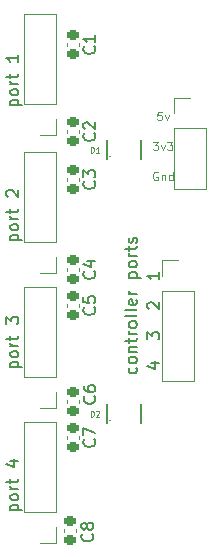
<source format=gto>
%TF.GenerationSoftware,KiCad,Pcbnew,(6.0.0)*%
%TF.CreationDate,2022-03-13T19:19:56-04:00*%
%TF.ProjectId,4 GC port esd board (for wii mini),34204743-2070-46f7-9274-206573642062,rev?*%
%TF.SameCoordinates,Original*%
%TF.FileFunction,Legend,Top*%
%TF.FilePolarity,Positive*%
%FSLAX46Y46*%
G04 Gerber Fmt 4.6, Leading zero omitted, Abs format (unit mm)*
G04 Created by KiCad (PCBNEW (6.0.0)) date 2022-03-13 19:19:56*
%MOMM*%
%LPD*%
G01*
G04 APERTURE LIST*
G04 Aperture macros list*
%AMRoundRect*
0 Rectangle with rounded corners*
0 $1 Rounding radius*
0 $2 $3 $4 $5 $6 $7 $8 $9 X,Y pos of 4 corners*
0 Add a 4 corners polygon primitive as box body*
4,1,4,$2,$3,$4,$5,$6,$7,$8,$9,$2,$3,0*
0 Add four circle primitives for the rounded corners*
1,1,$1+$1,$2,$3*
1,1,$1+$1,$4,$5*
1,1,$1+$1,$6,$7*
1,1,$1+$1,$8,$9*
0 Add four rect primitives between the rounded corners*
20,1,$1+$1,$2,$3,$4,$5,0*
20,1,$1+$1,$4,$5,$6,$7,0*
20,1,$1+$1,$6,$7,$8,$9,0*
20,1,$1+$1,$8,$9,$2,$3,0*%
G04 Aperture macros list end*
%ADD10C,0.150000*%
%ADD11C,0.100000*%
%ADD12C,0.120000*%
%ADD13C,0.127000*%
%ADD14RoundRect,0.225000X-0.250000X0.225000X-0.250000X-0.225000X0.250000X-0.225000X0.250000X0.225000X0*%
%ADD15R,1.700000X1.700000*%
%ADD16O,1.700000X1.700000*%
%ADD17C,3.200000*%
%ADD18RoundRect,0.225000X0.250000X-0.225000X0.250000X0.225000X-0.250000X0.225000X-0.250000X-0.225000X0*%
%ADD19R,0.600000X1.100000*%
G04 APERTURE END LIST*
D10*
X111212380Y-94313333D02*
X111212380Y-93694285D01*
X111593333Y-94027619D01*
X111593333Y-93884761D01*
X111640952Y-93789523D01*
X111688571Y-93741904D01*
X111783809Y-93694285D01*
X112021904Y-93694285D01*
X112117142Y-93741904D01*
X112164761Y-93789523D01*
X112212380Y-93884761D01*
X112212380Y-94170476D01*
X112164761Y-94265714D01*
X112117142Y-94313333D01*
D11*
X112072000Y-80168000D02*
X112005333Y-80134666D01*
X111905333Y-80134666D01*
X111805333Y-80168000D01*
X111738666Y-80234666D01*
X111705333Y-80301333D01*
X111672000Y-80434666D01*
X111672000Y-80534666D01*
X111705333Y-80668000D01*
X111738666Y-80734666D01*
X111805333Y-80801333D01*
X111905333Y-80834666D01*
X111972000Y-80834666D01*
X112072000Y-80801333D01*
X112105333Y-80768000D01*
X112105333Y-80534666D01*
X111972000Y-80534666D01*
X112405333Y-80368000D02*
X112405333Y-80834666D01*
X112405333Y-80434666D02*
X112438666Y-80401333D01*
X112505333Y-80368000D01*
X112605333Y-80368000D01*
X112672000Y-80401333D01*
X112705333Y-80468000D01*
X112705333Y-80834666D01*
X113338666Y-80834666D02*
X113338666Y-80134666D01*
X113338666Y-80801333D02*
X113272000Y-80834666D01*
X113138666Y-80834666D01*
X113072000Y-80801333D01*
X113038666Y-80768000D01*
X113005333Y-80701333D01*
X113005333Y-80501333D01*
X113038666Y-80434666D01*
X113072000Y-80401333D01*
X113138666Y-80368000D01*
X113272000Y-80368000D01*
X113338666Y-80401333D01*
D10*
X111545714Y-96329523D02*
X112212380Y-96329523D01*
X111164761Y-96567619D02*
X111879047Y-96805714D01*
X111879047Y-96186666D01*
D11*
X111688666Y-77594666D02*
X112122000Y-77594666D01*
X111888666Y-77861333D01*
X111988666Y-77861333D01*
X112055333Y-77894666D01*
X112088666Y-77928000D01*
X112122000Y-77994666D01*
X112122000Y-78161333D01*
X112088666Y-78228000D01*
X112055333Y-78261333D01*
X111988666Y-78294666D01*
X111788666Y-78294666D01*
X111722000Y-78261333D01*
X111688666Y-78228000D01*
X112355333Y-77828000D02*
X112522000Y-78294666D01*
X112688666Y-77828000D01*
X112888666Y-77594666D02*
X113322000Y-77594666D01*
X113088666Y-77861333D01*
X113188666Y-77861333D01*
X113255333Y-77894666D01*
X113288666Y-77928000D01*
X113322000Y-77994666D01*
X113322000Y-78161333D01*
X113288666Y-78228000D01*
X113255333Y-78261333D01*
X113188666Y-78294666D01*
X112988666Y-78294666D01*
X112922000Y-78261333D01*
X112888666Y-78228000D01*
D10*
X111307619Y-91725714D02*
X111260000Y-91678095D01*
X111212380Y-91582857D01*
X111212380Y-91344761D01*
X111260000Y-91249523D01*
X111307619Y-91201904D01*
X111402857Y-91154285D01*
X111498095Y-91154285D01*
X111640952Y-91201904D01*
X112212380Y-91773333D01*
X112212380Y-91154285D01*
D11*
X112422000Y-75054666D02*
X112088666Y-75054666D01*
X112055333Y-75388000D01*
X112088666Y-75354666D01*
X112155333Y-75321333D01*
X112322000Y-75321333D01*
X112388666Y-75354666D01*
X112422000Y-75388000D01*
X112455333Y-75454666D01*
X112455333Y-75621333D01*
X112422000Y-75688000D01*
X112388666Y-75721333D01*
X112322000Y-75754666D01*
X112155333Y-75754666D01*
X112088666Y-75721333D01*
X112055333Y-75688000D01*
X112688666Y-75288000D02*
X112855333Y-75754666D01*
X113022000Y-75288000D01*
D10*
X112212380Y-88624285D02*
X112212380Y-89195714D01*
X112212380Y-88910000D02*
X111212380Y-88910000D01*
X111355238Y-89005238D01*
X111450476Y-89100476D01*
X111498095Y-89195714D01*
%TO.C,C3*%
X106689142Y-80938666D02*
X106736761Y-80986285D01*
X106784380Y-81129142D01*
X106784380Y-81224380D01*
X106736761Y-81367238D01*
X106641523Y-81462476D01*
X106546285Y-81510095D01*
X106355809Y-81557714D01*
X106212952Y-81557714D01*
X106022476Y-81510095D01*
X105927238Y-81462476D01*
X105832000Y-81367238D01*
X105784380Y-81224380D01*
X105784380Y-81129142D01*
X105832000Y-80986285D01*
X105879619Y-80938666D01*
X105784380Y-80605333D02*
X105784380Y-79986285D01*
X106165333Y-80319619D01*
X106165333Y-80176761D01*
X106212952Y-80081523D01*
X106260571Y-80033904D01*
X106355809Y-79986285D01*
X106593904Y-79986285D01*
X106689142Y-80033904D01*
X106736761Y-80081523D01*
X106784380Y-80176761D01*
X106784380Y-80462476D01*
X106736761Y-80557714D01*
X106689142Y-80605333D01*
%TO.C,J3*%
X99607714Y-85939047D02*
X100607714Y-85939047D01*
X99655333Y-85939047D02*
X99607714Y-85843809D01*
X99607714Y-85653333D01*
X99655333Y-85558095D01*
X99702952Y-85510476D01*
X99798190Y-85462857D01*
X100083904Y-85462857D01*
X100179142Y-85510476D01*
X100226761Y-85558095D01*
X100274380Y-85653333D01*
X100274380Y-85843809D01*
X100226761Y-85939047D01*
X100274380Y-84891428D02*
X100226761Y-84986666D01*
X100179142Y-85034285D01*
X100083904Y-85081904D01*
X99798190Y-85081904D01*
X99702952Y-85034285D01*
X99655333Y-84986666D01*
X99607714Y-84891428D01*
X99607714Y-84748571D01*
X99655333Y-84653333D01*
X99702952Y-84605714D01*
X99798190Y-84558095D01*
X100083904Y-84558095D01*
X100179142Y-84605714D01*
X100226761Y-84653333D01*
X100274380Y-84748571D01*
X100274380Y-84891428D01*
X100274380Y-84129523D02*
X99607714Y-84129523D01*
X99798190Y-84129523D02*
X99702952Y-84081904D01*
X99655333Y-84034285D01*
X99607714Y-83939047D01*
X99607714Y-83843809D01*
X99607714Y-83653333D02*
X99607714Y-83272380D01*
X99274380Y-83510476D02*
X100131523Y-83510476D01*
X100226761Y-83462857D01*
X100274380Y-83367619D01*
X100274380Y-83272380D01*
X99369619Y-82224761D02*
X99322000Y-82177142D01*
X99274380Y-82081904D01*
X99274380Y-81843809D01*
X99322000Y-81748571D01*
X99369619Y-81700952D01*
X99464857Y-81653333D01*
X99560095Y-81653333D01*
X99702952Y-81700952D01*
X100274380Y-82272380D01*
X100274380Y-81653333D01*
%TO.C,C6*%
X106706942Y-99125066D02*
X106754561Y-99172685D01*
X106802180Y-99315542D01*
X106802180Y-99410780D01*
X106754561Y-99553638D01*
X106659323Y-99648876D01*
X106564085Y-99696495D01*
X106373609Y-99744114D01*
X106230752Y-99744114D01*
X106040276Y-99696495D01*
X105945038Y-99648876D01*
X105849800Y-99553638D01*
X105802180Y-99410780D01*
X105802180Y-99315542D01*
X105849800Y-99172685D01*
X105897419Y-99125066D01*
X105802180Y-98267923D02*
X105802180Y-98458400D01*
X105849800Y-98553638D01*
X105897419Y-98601257D01*
X106040276Y-98696495D01*
X106230752Y-98744114D01*
X106611704Y-98744114D01*
X106706942Y-98696495D01*
X106754561Y-98648876D01*
X106802180Y-98553638D01*
X106802180Y-98363161D01*
X106754561Y-98267923D01*
X106706942Y-98220304D01*
X106611704Y-98172685D01*
X106373609Y-98172685D01*
X106278371Y-98220304D01*
X106230752Y-98267923D01*
X106183133Y-98363161D01*
X106183133Y-98553638D01*
X106230752Y-98648876D01*
X106278371Y-98696495D01*
X106373609Y-98744114D01*
%TO.C,C8*%
X106529142Y-110797246D02*
X106576761Y-110844865D01*
X106624380Y-110987722D01*
X106624380Y-111082960D01*
X106576761Y-111225818D01*
X106481523Y-111321056D01*
X106386285Y-111368675D01*
X106195809Y-111416294D01*
X106052952Y-111416294D01*
X105862476Y-111368675D01*
X105767238Y-111321056D01*
X105672000Y-111225818D01*
X105624380Y-111082960D01*
X105624380Y-110987722D01*
X105672000Y-110844865D01*
X105719619Y-110797246D01*
X106052952Y-110225818D02*
X106005333Y-110321056D01*
X105957714Y-110368675D01*
X105862476Y-110416294D01*
X105814857Y-110416294D01*
X105719619Y-110368675D01*
X105672000Y-110321056D01*
X105624380Y-110225818D01*
X105624380Y-110035341D01*
X105672000Y-109940103D01*
X105719619Y-109892484D01*
X105814857Y-109844865D01*
X105862476Y-109844865D01*
X105957714Y-109892484D01*
X106005333Y-109940103D01*
X106052952Y-110035341D01*
X106052952Y-110225818D01*
X106100571Y-110321056D01*
X106148190Y-110368675D01*
X106243428Y-110416294D01*
X106433904Y-110416294D01*
X106529142Y-110368675D01*
X106576761Y-110321056D01*
X106624380Y-110225818D01*
X106624380Y-110035341D01*
X106576761Y-109940103D01*
X106529142Y-109892484D01*
X106433904Y-109844865D01*
X106243428Y-109844865D01*
X106148190Y-109892484D01*
X106100571Y-109940103D01*
X106052952Y-110035341D01*
%TO.C,J6*%
X110259761Y-96701904D02*
X110307380Y-96797142D01*
X110307380Y-96987619D01*
X110259761Y-97082857D01*
X110212142Y-97130476D01*
X110116904Y-97178095D01*
X109831190Y-97178095D01*
X109735952Y-97130476D01*
X109688333Y-97082857D01*
X109640714Y-96987619D01*
X109640714Y-96797142D01*
X109688333Y-96701904D01*
X110307380Y-96130476D02*
X110259761Y-96225714D01*
X110212142Y-96273333D01*
X110116904Y-96320952D01*
X109831190Y-96320952D01*
X109735952Y-96273333D01*
X109688333Y-96225714D01*
X109640714Y-96130476D01*
X109640714Y-95987619D01*
X109688333Y-95892380D01*
X109735952Y-95844761D01*
X109831190Y-95797142D01*
X110116904Y-95797142D01*
X110212142Y-95844761D01*
X110259761Y-95892380D01*
X110307380Y-95987619D01*
X110307380Y-96130476D01*
X109640714Y-95368571D02*
X110307380Y-95368571D01*
X109735952Y-95368571D02*
X109688333Y-95320952D01*
X109640714Y-95225714D01*
X109640714Y-95082857D01*
X109688333Y-94987619D01*
X109783571Y-94940000D01*
X110307380Y-94940000D01*
X109640714Y-94606666D02*
X109640714Y-94225714D01*
X109307380Y-94463809D02*
X110164523Y-94463809D01*
X110259761Y-94416190D01*
X110307380Y-94320952D01*
X110307380Y-94225714D01*
X110307380Y-93892380D02*
X109640714Y-93892380D01*
X109831190Y-93892380D02*
X109735952Y-93844761D01*
X109688333Y-93797142D01*
X109640714Y-93701904D01*
X109640714Y-93606666D01*
X110307380Y-93130476D02*
X110259761Y-93225714D01*
X110212142Y-93273333D01*
X110116904Y-93320952D01*
X109831190Y-93320952D01*
X109735952Y-93273333D01*
X109688333Y-93225714D01*
X109640714Y-93130476D01*
X109640714Y-92987619D01*
X109688333Y-92892380D01*
X109735952Y-92844761D01*
X109831190Y-92797142D01*
X110116904Y-92797142D01*
X110212142Y-92844761D01*
X110259761Y-92892380D01*
X110307380Y-92987619D01*
X110307380Y-93130476D01*
X110307380Y-92225714D02*
X110259761Y-92320952D01*
X110164523Y-92368571D01*
X109307380Y-92368571D01*
X110307380Y-91701904D02*
X110259761Y-91797142D01*
X110164523Y-91844761D01*
X109307380Y-91844761D01*
X110259761Y-90940000D02*
X110307380Y-91035238D01*
X110307380Y-91225714D01*
X110259761Y-91320952D01*
X110164523Y-91368571D01*
X109783571Y-91368571D01*
X109688333Y-91320952D01*
X109640714Y-91225714D01*
X109640714Y-91035238D01*
X109688333Y-90940000D01*
X109783571Y-90892380D01*
X109878809Y-90892380D01*
X109974047Y-91368571D01*
X110307380Y-90463809D02*
X109640714Y-90463809D01*
X109831190Y-90463809D02*
X109735952Y-90416190D01*
X109688333Y-90368571D01*
X109640714Y-90273333D01*
X109640714Y-90178095D01*
X109640714Y-89082857D02*
X110640714Y-89082857D01*
X109688333Y-89082857D02*
X109640714Y-88987619D01*
X109640714Y-88797142D01*
X109688333Y-88701904D01*
X109735952Y-88654285D01*
X109831190Y-88606666D01*
X110116904Y-88606666D01*
X110212142Y-88654285D01*
X110259761Y-88701904D01*
X110307380Y-88797142D01*
X110307380Y-88987619D01*
X110259761Y-89082857D01*
X110307380Y-88035238D02*
X110259761Y-88130476D01*
X110212142Y-88178095D01*
X110116904Y-88225714D01*
X109831190Y-88225714D01*
X109735952Y-88178095D01*
X109688333Y-88130476D01*
X109640714Y-88035238D01*
X109640714Y-87892380D01*
X109688333Y-87797142D01*
X109735952Y-87749523D01*
X109831190Y-87701904D01*
X110116904Y-87701904D01*
X110212142Y-87749523D01*
X110259761Y-87797142D01*
X110307380Y-87892380D01*
X110307380Y-88035238D01*
X110307380Y-87273333D02*
X109640714Y-87273333D01*
X109831190Y-87273333D02*
X109735952Y-87225714D01*
X109688333Y-87178095D01*
X109640714Y-87082857D01*
X109640714Y-86987619D01*
X109640714Y-86797142D02*
X109640714Y-86416190D01*
X109307380Y-86654285D02*
X110164523Y-86654285D01*
X110259761Y-86606666D01*
X110307380Y-86511428D01*
X110307380Y-86416190D01*
X110259761Y-86130476D02*
X110307380Y-86035238D01*
X110307380Y-85844761D01*
X110259761Y-85749523D01*
X110164523Y-85701904D01*
X110116904Y-85701904D01*
X110021666Y-85749523D01*
X109974047Y-85844761D01*
X109974047Y-85987619D01*
X109926428Y-86082857D01*
X109831190Y-86130476D01*
X109783571Y-86130476D01*
X109688333Y-86082857D01*
X109640714Y-85987619D01*
X109640714Y-85844761D01*
X109688333Y-85749523D01*
%TO.C,C7*%
X106689142Y-102782666D02*
X106736761Y-102830285D01*
X106784380Y-102973142D01*
X106784380Y-103068380D01*
X106736761Y-103211238D01*
X106641523Y-103306476D01*
X106546285Y-103354095D01*
X106355809Y-103401714D01*
X106212952Y-103401714D01*
X106022476Y-103354095D01*
X105927238Y-103306476D01*
X105832000Y-103211238D01*
X105784380Y-103068380D01*
X105784380Y-102973142D01*
X105832000Y-102830285D01*
X105879619Y-102782666D01*
X105784380Y-102449333D02*
X105784380Y-101782666D01*
X106784380Y-102211238D01*
%TO.C,C2*%
X106689142Y-76874666D02*
X106736761Y-76922285D01*
X106784380Y-77065142D01*
X106784380Y-77160380D01*
X106736761Y-77303238D01*
X106641523Y-77398476D01*
X106546285Y-77446095D01*
X106355809Y-77493714D01*
X106212952Y-77493714D01*
X106022476Y-77446095D01*
X105927238Y-77398476D01*
X105832000Y-77303238D01*
X105784380Y-77160380D01*
X105784380Y-77065142D01*
X105832000Y-76922285D01*
X105879619Y-76874666D01*
X105879619Y-76493714D02*
X105832000Y-76446095D01*
X105784380Y-76350857D01*
X105784380Y-76112761D01*
X105832000Y-76017523D01*
X105879619Y-75969904D01*
X105974857Y-75922285D01*
X106070095Y-75922285D01*
X106212952Y-75969904D01*
X106784380Y-76541333D01*
X106784380Y-75922285D01*
%TO.C,J1*%
X99607714Y-108799047D02*
X100607714Y-108799047D01*
X99655333Y-108799047D02*
X99607714Y-108703809D01*
X99607714Y-108513333D01*
X99655333Y-108418095D01*
X99702952Y-108370476D01*
X99798190Y-108322857D01*
X100083904Y-108322857D01*
X100179142Y-108370476D01*
X100226761Y-108418095D01*
X100274380Y-108513333D01*
X100274380Y-108703809D01*
X100226761Y-108799047D01*
X100274380Y-107751428D02*
X100226761Y-107846666D01*
X100179142Y-107894285D01*
X100083904Y-107941904D01*
X99798190Y-107941904D01*
X99702952Y-107894285D01*
X99655333Y-107846666D01*
X99607714Y-107751428D01*
X99607714Y-107608571D01*
X99655333Y-107513333D01*
X99702952Y-107465714D01*
X99798190Y-107418095D01*
X100083904Y-107418095D01*
X100179142Y-107465714D01*
X100226761Y-107513333D01*
X100274380Y-107608571D01*
X100274380Y-107751428D01*
X100274380Y-106989523D02*
X99607714Y-106989523D01*
X99798190Y-106989523D02*
X99702952Y-106941904D01*
X99655333Y-106894285D01*
X99607714Y-106799047D01*
X99607714Y-106703809D01*
X99607714Y-106513333D02*
X99607714Y-106132380D01*
X99274380Y-106370476D02*
X100131523Y-106370476D01*
X100226761Y-106322857D01*
X100274380Y-106227619D01*
X100274380Y-106132380D01*
X99607714Y-104608571D02*
X100274380Y-104608571D01*
X99226761Y-104846666D02*
X99941047Y-105084761D01*
X99941047Y-104465714D01*
%TO.C,J4*%
X99607714Y-96683247D02*
X100607714Y-96683247D01*
X99655333Y-96683247D02*
X99607714Y-96588009D01*
X99607714Y-96397533D01*
X99655333Y-96302295D01*
X99702952Y-96254676D01*
X99798190Y-96207057D01*
X100083904Y-96207057D01*
X100179142Y-96254676D01*
X100226761Y-96302295D01*
X100274380Y-96397533D01*
X100274380Y-96588009D01*
X100226761Y-96683247D01*
X100274380Y-95635628D02*
X100226761Y-95730866D01*
X100179142Y-95778485D01*
X100083904Y-95826104D01*
X99798190Y-95826104D01*
X99702952Y-95778485D01*
X99655333Y-95730866D01*
X99607714Y-95635628D01*
X99607714Y-95492771D01*
X99655333Y-95397533D01*
X99702952Y-95349914D01*
X99798190Y-95302295D01*
X100083904Y-95302295D01*
X100179142Y-95349914D01*
X100226761Y-95397533D01*
X100274380Y-95492771D01*
X100274380Y-95635628D01*
X100274380Y-94873723D02*
X99607714Y-94873723D01*
X99798190Y-94873723D02*
X99702952Y-94826104D01*
X99655333Y-94778485D01*
X99607714Y-94683247D01*
X99607714Y-94588009D01*
X99607714Y-94397533D02*
X99607714Y-94016580D01*
X99274380Y-94254676D02*
X100131523Y-94254676D01*
X100226761Y-94207057D01*
X100274380Y-94111819D01*
X100274380Y-94016580D01*
X99274380Y-93016580D02*
X99274380Y-92397533D01*
X99655333Y-92730866D01*
X99655333Y-92588009D01*
X99702952Y-92492771D01*
X99750571Y-92445152D01*
X99845809Y-92397533D01*
X100083904Y-92397533D01*
X100179142Y-92445152D01*
X100226761Y-92492771D01*
X100274380Y-92588009D01*
X100274380Y-92873723D01*
X100226761Y-92968961D01*
X100179142Y-93016580D01*
%TO.C,J2*%
X99607714Y-74509047D02*
X100607714Y-74509047D01*
X99655333Y-74509047D02*
X99607714Y-74413809D01*
X99607714Y-74223333D01*
X99655333Y-74128095D01*
X99702952Y-74080476D01*
X99798190Y-74032857D01*
X100083904Y-74032857D01*
X100179142Y-74080476D01*
X100226761Y-74128095D01*
X100274380Y-74223333D01*
X100274380Y-74413809D01*
X100226761Y-74509047D01*
X100274380Y-73461428D02*
X100226761Y-73556666D01*
X100179142Y-73604285D01*
X100083904Y-73651904D01*
X99798190Y-73651904D01*
X99702952Y-73604285D01*
X99655333Y-73556666D01*
X99607714Y-73461428D01*
X99607714Y-73318571D01*
X99655333Y-73223333D01*
X99702952Y-73175714D01*
X99798190Y-73128095D01*
X100083904Y-73128095D01*
X100179142Y-73175714D01*
X100226761Y-73223333D01*
X100274380Y-73318571D01*
X100274380Y-73461428D01*
X100274380Y-72699523D02*
X99607714Y-72699523D01*
X99798190Y-72699523D02*
X99702952Y-72651904D01*
X99655333Y-72604285D01*
X99607714Y-72509047D01*
X99607714Y-72413809D01*
X99607714Y-72223333D02*
X99607714Y-71842380D01*
X99274380Y-72080476D02*
X100131523Y-72080476D01*
X100226761Y-72032857D01*
X100274380Y-71937619D01*
X100274380Y-71842380D01*
X100274380Y-70223333D02*
X100274380Y-70794761D01*
X100274380Y-70509047D02*
X99274380Y-70509047D01*
X99417238Y-70604285D01*
X99512476Y-70699523D01*
X99560095Y-70794761D01*
%TO.C,C5*%
X106689142Y-91606666D02*
X106736761Y-91654285D01*
X106784380Y-91797142D01*
X106784380Y-91892380D01*
X106736761Y-92035238D01*
X106641523Y-92130476D01*
X106546285Y-92178095D01*
X106355809Y-92225714D01*
X106212952Y-92225714D01*
X106022476Y-92178095D01*
X105927238Y-92130476D01*
X105832000Y-92035238D01*
X105784380Y-91892380D01*
X105784380Y-91797142D01*
X105832000Y-91654285D01*
X105879619Y-91606666D01*
X105784380Y-90701904D02*
X105784380Y-91178095D01*
X106260571Y-91225714D01*
X106212952Y-91178095D01*
X106165333Y-91082857D01*
X106165333Y-90844761D01*
X106212952Y-90749523D01*
X106260571Y-90701904D01*
X106355809Y-90654285D01*
X106593904Y-90654285D01*
X106689142Y-90701904D01*
X106736761Y-90749523D01*
X106784380Y-90844761D01*
X106784380Y-91082857D01*
X106736761Y-91178095D01*
X106689142Y-91225714D01*
D12*
%TO.C,D2*%
X106408914Y-100852142D02*
X106408914Y-100372142D01*
X106523200Y-100372142D01*
X106591771Y-100395000D01*
X106637485Y-100440714D01*
X106660342Y-100486428D01*
X106683200Y-100577857D01*
X106683200Y-100646428D01*
X106660342Y-100737857D01*
X106637485Y-100783571D01*
X106591771Y-100829285D01*
X106523200Y-100852142D01*
X106408914Y-100852142D01*
X106866057Y-100417857D02*
X106888914Y-100395000D01*
X106934628Y-100372142D01*
X107048914Y-100372142D01*
X107094628Y-100395000D01*
X107117485Y-100417857D01*
X107140342Y-100463571D01*
X107140342Y-100509285D01*
X107117485Y-100577857D01*
X106843200Y-100852142D01*
X107140342Y-100852142D01*
D10*
%TO.C,C4*%
X106689142Y-88558666D02*
X106736761Y-88606285D01*
X106784380Y-88749142D01*
X106784380Y-88844380D01*
X106736761Y-88987238D01*
X106641523Y-89082476D01*
X106546285Y-89130095D01*
X106355809Y-89177714D01*
X106212952Y-89177714D01*
X106022476Y-89130095D01*
X105927238Y-89082476D01*
X105832000Y-88987238D01*
X105784380Y-88844380D01*
X105784380Y-88749142D01*
X105832000Y-88606285D01*
X105879619Y-88558666D01*
X106117714Y-87701523D02*
X106784380Y-87701523D01*
X105736761Y-87939619D02*
X106451047Y-88177714D01*
X106451047Y-87558666D01*
D12*
%TO.C,D1*%
X106408914Y-78500142D02*
X106408914Y-78020142D01*
X106523200Y-78020142D01*
X106591771Y-78043000D01*
X106637485Y-78088714D01*
X106660342Y-78134428D01*
X106683200Y-78225857D01*
X106683200Y-78294428D01*
X106660342Y-78385857D01*
X106637485Y-78431571D01*
X106591771Y-78477285D01*
X106523200Y-78500142D01*
X106408914Y-78500142D01*
X107140342Y-78500142D02*
X106866057Y-78500142D01*
X107003200Y-78500142D02*
X107003200Y-78020142D01*
X106957485Y-78088714D01*
X106911771Y-78134428D01*
X106866057Y-78157285D01*
D10*
%TO.C,C1*%
X106689142Y-69508666D02*
X106736761Y-69556285D01*
X106784380Y-69699142D01*
X106784380Y-69794380D01*
X106736761Y-69937238D01*
X106641523Y-70032476D01*
X106546285Y-70080095D01*
X106355809Y-70127714D01*
X106212952Y-70127714D01*
X106022476Y-70080095D01*
X105927238Y-70032476D01*
X105832000Y-69937238D01*
X105784380Y-69794380D01*
X105784380Y-69699142D01*
X105832000Y-69556285D01*
X105879619Y-69508666D01*
X106784380Y-68556285D02*
X106784380Y-69127714D01*
X106784380Y-68842000D02*
X105784380Y-68842000D01*
X105927238Y-68937238D01*
X106022476Y-69032476D01*
X106070095Y-69127714D01*
D12*
%TO.C,C3*%
X104392000Y-80631420D02*
X104392000Y-80912580D01*
X105412000Y-80631420D02*
X105412000Y-80912580D01*
%TO.C,J3*%
X103438000Y-86106000D02*
X103438000Y-78426000D01*
X100778000Y-86106000D02*
X100778000Y-78426000D01*
X103438000Y-88706000D02*
X102108000Y-88706000D01*
X103438000Y-87376000D02*
X103438000Y-88706000D01*
X103438000Y-78426000D02*
X100778000Y-78426000D01*
X103438000Y-86106000D02*
X100778000Y-86106000D01*
%TO.C,C6*%
X105412000Y-99427420D02*
X105412000Y-99708580D01*
X104392000Y-99427420D02*
X104392000Y-99708580D01*
%TO.C,C8*%
X104138000Y-110630580D02*
X104138000Y-110349420D01*
X105158000Y-110630580D02*
X105158000Y-110349420D01*
%TO.C,J6*%
X112462000Y-88910000D02*
X112462000Y-87580000D01*
X112462000Y-90180000D02*
X112462000Y-97860000D01*
X115122000Y-90180000D02*
X115122000Y-97860000D01*
X112462000Y-87580000D02*
X113792000Y-87580000D01*
X112462000Y-97860000D02*
X115122000Y-97860000D01*
X112462000Y-90180000D02*
X115122000Y-90180000D01*
%TO.C,C7*%
X105412000Y-102475420D02*
X105412000Y-102756580D01*
X104392000Y-102475420D02*
X104392000Y-102756580D01*
%TO.C,C2*%
X105412000Y-76567420D02*
X105412000Y-76848580D01*
X104392000Y-76567420D02*
X104392000Y-76848580D01*
%TO.C,J1*%
X103438000Y-111556000D02*
X102108000Y-111556000D01*
X103438000Y-101276000D02*
X100778000Y-101276000D01*
X100778000Y-108956000D02*
X100778000Y-101276000D01*
X103438000Y-108956000D02*
X100778000Y-108956000D01*
X103438000Y-108956000D02*
X103438000Y-101276000D01*
X103438000Y-110226000D02*
X103438000Y-111556000D01*
%TO.C,J5*%
X116138000Y-76454000D02*
X116138000Y-81594000D01*
X113478000Y-73854000D02*
X114808000Y-73854000D01*
X113478000Y-81594000D02*
X116138000Y-81594000D01*
X113478000Y-76454000D02*
X113478000Y-81594000D01*
X113478000Y-76454000D02*
X116138000Y-76454000D01*
X113478000Y-75184000D02*
X113478000Y-73854000D01*
%TO.C,J4*%
X103438000Y-89856000D02*
X100778000Y-89856000D01*
X103438000Y-97536000D02*
X103438000Y-89856000D01*
X103438000Y-100136000D02*
X102108000Y-100136000D01*
X103438000Y-98806000D02*
X103438000Y-100136000D01*
X100778000Y-97536000D02*
X100778000Y-89856000D01*
X103438000Y-97536000D02*
X100778000Y-97536000D01*
%TO.C,J2*%
X100778000Y-74422000D02*
X100778000Y-66742000D01*
X103438000Y-75692000D02*
X103438000Y-77022000D01*
X103438000Y-66742000D02*
X100778000Y-66742000D01*
X103438000Y-74422000D02*
X100778000Y-74422000D01*
X103438000Y-77022000D02*
X102108000Y-77022000D01*
X103438000Y-74422000D02*
X103438000Y-66742000D01*
%TO.C,C5*%
X104392000Y-91299420D02*
X104392000Y-91580580D01*
X105412000Y-91299420D02*
X105412000Y-91580580D01*
D13*
%TO.C,D2*%
X107770000Y-99784000D02*
X107770000Y-101384000D01*
X110670000Y-101384000D02*
X110670000Y-99784000D01*
X108030000Y-101154000D02*
G75*
G03*
X108030000Y-101154000I-20000J0D01*
G01*
D12*
%TO.C,C4*%
X104392000Y-88251420D02*
X104392000Y-88532580D01*
X105412000Y-88251420D02*
X105412000Y-88532580D01*
D13*
%TO.C,D1*%
X107770000Y-77432000D02*
X107770000Y-79032000D01*
X110670000Y-79032000D02*
X110670000Y-77432000D01*
X108030000Y-78802000D02*
G75*
G03*
X108030000Y-78802000I-20000J0D01*
G01*
D12*
%TO.C,C1*%
X105412000Y-69201420D02*
X105412000Y-69482580D01*
X104392000Y-69201420D02*
X104392000Y-69482580D01*
%TD*%
%LPC*%
D14*
%TO.C,C3*%
X104902000Y-79997000D03*
X104902000Y-81547000D03*
%TD*%
D15*
%TO.C,J3*%
X102108000Y-87376000D03*
D16*
X102108000Y-84836000D03*
X102108000Y-82296000D03*
X102108000Y-79756000D03*
%TD*%
D14*
%TO.C,C6*%
X104902000Y-98793000D03*
X104902000Y-100343000D03*
%TD*%
D17*
%TO.C,REF\u002A\u002A*%
X113030000Y-108458000D03*
%TD*%
D18*
%TO.C,C8*%
X104648000Y-111265000D03*
X104648000Y-109715000D03*
%TD*%
D15*
%TO.C,J6*%
X113792000Y-88910000D03*
D16*
X113792000Y-91450000D03*
X113792000Y-93990000D03*
X113792000Y-96530000D03*
%TD*%
D17*
%TO.C,REF\u002A\u002A*%
X113030000Y-69596000D03*
%TD*%
D14*
%TO.C,C7*%
X104902000Y-101841000D03*
X104902000Y-103391000D03*
%TD*%
%TO.C,C2*%
X104902000Y-75933000D03*
X104902000Y-77483000D03*
%TD*%
D15*
%TO.C,J1*%
X102108000Y-110226000D03*
D16*
X102108000Y-107686000D03*
X102108000Y-105146000D03*
X102108000Y-102606000D03*
%TD*%
D15*
%TO.C,J5*%
X114808000Y-75184000D03*
D16*
X114808000Y-77724000D03*
X114808000Y-80264000D03*
%TD*%
D15*
%TO.C,J4*%
X102108000Y-98806000D03*
D16*
X102108000Y-96266000D03*
X102108000Y-93726000D03*
X102108000Y-91186000D03*
%TD*%
D15*
%TO.C,J2*%
X102108000Y-75692000D03*
D16*
X102108000Y-73152000D03*
X102108000Y-70612000D03*
X102108000Y-68072000D03*
%TD*%
D14*
%TO.C,C5*%
X104902000Y-90665000D03*
X104902000Y-92215000D03*
%TD*%
D19*
%TO.C,D2*%
X108270000Y-101834000D03*
X109220000Y-101834000D03*
X110170000Y-101834000D03*
X110170000Y-99334000D03*
X109220000Y-99334000D03*
X108270000Y-99334000D03*
%TD*%
D14*
%TO.C,C4*%
X104902000Y-87617000D03*
X104902000Y-89167000D03*
%TD*%
D19*
%TO.C,D1*%
X108270000Y-79482000D03*
X109220000Y-79482000D03*
X110170000Y-79482000D03*
X110170000Y-76982000D03*
X109220000Y-76982000D03*
X108270000Y-76982000D03*
%TD*%
D14*
%TO.C,C1*%
X104902000Y-68567000D03*
X104902000Y-70117000D03*
%TD*%
M02*

</source>
